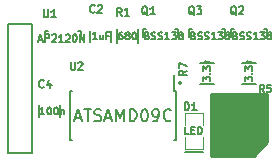
<source format=gto>
G04 #@! TF.FileFunction,Legend,Top*
%FSLAX46Y46*%
G04 Gerber Fmt 4.6, Leading zero omitted, Abs format (unit mm)*
G04 Created by KiCad (PCBNEW 4.0.5) date 11/08/17 13:58:34*
%MOMM*%
%LPD*%
G01*
G04 APERTURE LIST*
%ADD10C,0.100000*%
%ADD11C,0.200000*%
%ADD12C,0.150000*%
%ADD13C,0.099060*%
%ADD14C,0.152400*%
%ADD15C,0.140000*%
%ADD16C,0.254000*%
G04 APERTURE END LIST*
D10*
D11*
X189103000Y-52197000D02*
G75*
G03X189103000Y-52197000I-127000J0D01*
G01*
D12*
X177077000Y-54110000D02*
X177077000Y-55110000D01*
X178777000Y-55110000D02*
X178777000Y-54110000D01*
X188600000Y-52916000D02*
X188485000Y-52916000D01*
X188600000Y-57066000D02*
X188485000Y-57066000D01*
X179700000Y-57066000D02*
X179815000Y-57066000D01*
X179700000Y-52916000D02*
X179815000Y-52916000D01*
X188600000Y-52916000D02*
X188600000Y-57066000D01*
X179700000Y-52916000D02*
X179700000Y-57066000D01*
X188485000Y-52916000D02*
X188485000Y-51541000D01*
X190881000Y-58039000D02*
X189357000Y-58039000D01*
D13*
X189357000Y-55753000D02*
X189357000Y-54737000D01*
X189357000Y-54737000D02*
X190881000Y-54737000D01*
X190881000Y-54737000D02*
X190881000Y-55753000D01*
X190881000Y-56769000D02*
X190881000Y-57785000D01*
X190881000Y-57785000D02*
X189357000Y-57785000D01*
X189357000Y-57785000D02*
X189357000Y-56769000D01*
D12*
X181395000Y-47776000D02*
X181395000Y-48776000D01*
X183095000Y-48776000D02*
X183095000Y-47776000D01*
X188624160Y-47609760D02*
X188575900Y-47609760D01*
X185825180Y-48310800D02*
X185825180Y-47609760D01*
X185825180Y-47609760D02*
X186074100Y-47609760D01*
X188624160Y-47609760D02*
X188824820Y-47609760D01*
X188824820Y-47609760D02*
X188824820Y-48310800D01*
X196117160Y-47609760D02*
X196068900Y-47609760D01*
X193318180Y-48310800D02*
X193318180Y-47609760D01*
X193318180Y-47609760D02*
X193567100Y-47609760D01*
X196117160Y-47609760D02*
X196317820Y-47609760D01*
X196317820Y-47609760D02*
X196317820Y-48310800D01*
X192561160Y-47609760D02*
X192512900Y-47609760D01*
X189762180Y-48310800D02*
X189762180Y-47609760D01*
X189762180Y-47609760D02*
X190011100Y-47609760D01*
X192561160Y-47609760D02*
X192761820Y-47609760D01*
X192761820Y-47609760D02*
X192761820Y-48310800D01*
X183656000Y-48860000D02*
X183656000Y-47660000D01*
X185406000Y-47660000D02*
X185406000Y-48860000D01*
X195418000Y-52310000D02*
X194218000Y-52310000D01*
X194218000Y-50560000D02*
X195418000Y-50560000D01*
X190662000Y-50560000D02*
X191862000Y-50560000D01*
X191862000Y-52310000D02*
X190662000Y-52310000D01*
X180353920Y-47797760D02*
X180305660Y-47797760D01*
X177554940Y-48498800D02*
X177554940Y-47797760D01*
X177554940Y-47797760D02*
X177803860Y-47797760D01*
X180353920Y-47797760D02*
X180554580Y-47797760D01*
X180554580Y-47797760D02*
X180554580Y-48498800D01*
X176403000Y-47244000D02*
X176403000Y-58166000D01*
X174371000Y-58166000D02*
X174371000Y-47244000D01*
X174371000Y-47244000D02*
X176403000Y-47244000D01*
X176403000Y-58166000D02*
X174371000Y-58166000D01*
D14*
X177435934Y-52559857D02*
X177404486Y-52591305D01*
X177310143Y-52622752D01*
X177247248Y-52622752D01*
X177152905Y-52591305D01*
X177090010Y-52528410D01*
X177058562Y-52465514D01*
X177027114Y-52339724D01*
X177027114Y-52245381D01*
X177058562Y-52119590D01*
X177090010Y-52056695D01*
X177152905Y-51993800D01*
X177247248Y-51962352D01*
X177310143Y-51962352D01*
X177404486Y-51993800D01*
X177435934Y-52025248D01*
X178001991Y-52182486D02*
X178001991Y-52622752D01*
X177844753Y-51930905D02*
X177687514Y-52402619D01*
X178096334Y-52402619D01*
X177498829Y-54885771D02*
X177150486Y-54885771D01*
X177324658Y-54885771D02*
X177324658Y-54276171D01*
X177266601Y-54363257D01*
X177208543Y-54421314D01*
X177150486Y-54450343D01*
X177876200Y-54276171D02*
X177934257Y-54276171D01*
X177992314Y-54305200D01*
X178021343Y-54334229D01*
X178050372Y-54392286D01*
X178079400Y-54508400D01*
X178079400Y-54653543D01*
X178050372Y-54769657D01*
X178021343Y-54827714D01*
X177992314Y-54856743D01*
X177934257Y-54885771D01*
X177876200Y-54885771D01*
X177818143Y-54856743D01*
X177789114Y-54827714D01*
X177760086Y-54769657D01*
X177731057Y-54653543D01*
X177731057Y-54508400D01*
X177760086Y-54392286D01*
X177789114Y-54334229D01*
X177818143Y-54305200D01*
X177876200Y-54276171D01*
X178456771Y-54276171D02*
X178514828Y-54276171D01*
X178572885Y-54305200D01*
X178601914Y-54334229D01*
X178630943Y-54392286D01*
X178659971Y-54508400D01*
X178659971Y-54653543D01*
X178630943Y-54769657D01*
X178601914Y-54827714D01*
X178572885Y-54856743D01*
X178514828Y-54885771D01*
X178456771Y-54885771D01*
X178398714Y-54856743D01*
X178369685Y-54827714D01*
X178340657Y-54769657D01*
X178311628Y-54653543D01*
X178311628Y-54508400D01*
X178340657Y-54392286D01*
X178369685Y-54334229D01*
X178398714Y-54305200D01*
X178456771Y-54276171D01*
X178921228Y-54479371D02*
X178921228Y-54885771D01*
X178921228Y-54537429D02*
X178950256Y-54508400D01*
X179008314Y-54479371D01*
X179095399Y-54479371D01*
X179153456Y-54508400D01*
X179182485Y-54566457D01*
X179182485Y-54885771D01*
X179709838Y-50438352D02*
X179709838Y-50972962D01*
X179741286Y-51035857D01*
X179772733Y-51067305D01*
X179835629Y-51098752D01*
X179961419Y-51098752D01*
X180024314Y-51067305D01*
X180055762Y-51035857D01*
X180087210Y-50972962D01*
X180087210Y-50438352D01*
X180370238Y-50501248D02*
X180401686Y-50469800D01*
X180464581Y-50438352D01*
X180621819Y-50438352D01*
X180684715Y-50469800D01*
X180716162Y-50501248D01*
X180747610Y-50564143D01*
X180747610Y-50627038D01*
X180716162Y-50721381D01*
X180338791Y-51098752D01*
X180747610Y-51098752D01*
D12*
X180102381Y-55157667D02*
X180578572Y-55157667D01*
X180007143Y-55443381D02*
X180340476Y-54443381D01*
X180673810Y-55443381D01*
X180864286Y-54443381D02*
X181435715Y-54443381D01*
X181150000Y-55443381D02*
X181150000Y-54443381D01*
X181721429Y-55395762D02*
X181864286Y-55443381D01*
X182102382Y-55443381D01*
X182197620Y-55395762D01*
X182245239Y-55348143D01*
X182292858Y-55252905D01*
X182292858Y-55157667D01*
X182245239Y-55062429D01*
X182197620Y-55014810D01*
X182102382Y-54967190D01*
X181911905Y-54919571D01*
X181816667Y-54871952D01*
X181769048Y-54824333D01*
X181721429Y-54729095D01*
X181721429Y-54633857D01*
X181769048Y-54538619D01*
X181816667Y-54491000D01*
X181911905Y-54443381D01*
X182150001Y-54443381D01*
X182292858Y-54491000D01*
X182673810Y-55157667D02*
X183150001Y-55157667D01*
X182578572Y-55443381D02*
X182911905Y-54443381D01*
X183245239Y-55443381D01*
X183578572Y-55443381D02*
X183578572Y-54443381D01*
X183911906Y-55157667D01*
X184245239Y-54443381D01*
X184245239Y-55443381D01*
X184721429Y-55443381D02*
X184721429Y-54443381D01*
X184959524Y-54443381D01*
X185102382Y-54491000D01*
X185197620Y-54586238D01*
X185245239Y-54681476D01*
X185292858Y-54871952D01*
X185292858Y-55014810D01*
X185245239Y-55205286D01*
X185197620Y-55300524D01*
X185102382Y-55395762D01*
X184959524Y-55443381D01*
X184721429Y-55443381D01*
X185911905Y-54443381D02*
X186007144Y-54443381D01*
X186102382Y-54491000D01*
X186150001Y-54538619D01*
X186197620Y-54633857D01*
X186245239Y-54824333D01*
X186245239Y-55062429D01*
X186197620Y-55252905D01*
X186150001Y-55348143D01*
X186102382Y-55395762D01*
X186007144Y-55443381D01*
X185911905Y-55443381D01*
X185816667Y-55395762D01*
X185769048Y-55348143D01*
X185721429Y-55252905D01*
X185673810Y-55062429D01*
X185673810Y-54824333D01*
X185721429Y-54633857D01*
X185769048Y-54538619D01*
X185816667Y-54491000D01*
X185911905Y-54443381D01*
X186721429Y-55443381D02*
X186911905Y-55443381D01*
X187007144Y-55395762D01*
X187054763Y-55348143D01*
X187150001Y-55205286D01*
X187197620Y-55014810D01*
X187197620Y-54633857D01*
X187150001Y-54538619D01*
X187102382Y-54491000D01*
X187007144Y-54443381D01*
X186816667Y-54443381D01*
X186721429Y-54491000D01*
X186673810Y-54538619D01*
X186626191Y-54633857D01*
X186626191Y-54871952D01*
X186673810Y-54967190D01*
X186721429Y-55014810D01*
X186816667Y-55062429D01*
X187007144Y-55062429D01*
X187102382Y-55014810D01*
X187150001Y-54967190D01*
X187197620Y-54871952D01*
X188197620Y-55348143D02*
X188150001Y-55395762D01*
X188007144Y-55443381D01*
X187911906Y-55443381D01*
X187769048Y-55395762D01*
X187673810Y-55300524D01*
X187626191Y-55205286D01*
X187578572Y-55014810D01*
X187578572Y-54871952D01*
X187626191Y-54681476D01*
X187673810Y-54586238D01*
X187769048Y-54491000D01*
X187911906Y-54443381D01*
X188007144Y-54443381D01*
X188150001Y-54491000D01*
X188197620Y-54538619D01*
D14*
X189377562Y-54527752D02*
X189377562Y-53867352D01*
X189534800Y-53867352D01*
X189629143Y-53898800D01*
X189692038Y-53961695D01*
X189723486Y-54024590D01*
X189754934Y-54150381D01*
X189754934Y-54244724D01*
X189723486Y-54370514D01*
X189692038Y-54433410D01*
X189629143Y-54496305D01*
X189534800Y-54527752D01*
X189377562Y-54527752D01*
X190383886Y-54527752D02*
X190006514Y-54527752D01*
X190195200Y-54527752D02*
X190195200Y-53867352D01*
X190132305Y-53961695D01*
X190069410Y-54024590D01*
X190006514Y-54056038D01*
X189727115Y-56536771D02*
X189436829Y-56536771D01*
X189436829Y-55927171D01*
X189930315Y-56217457D02*
X190133515Y-56217457D01*
X190220601Y-56536771D02*
X189930315Y-56536771D01*
X189930315Y-55927171D01*
X190220601Y-55927171D01*
X190481858Y-56536771D02*
X190481858Y-55927171D01*
X190627001Y-55927171D01*
X190714086Y-55956200D01*
X190772144Y-56014257D01*
X190801172Y-56072314D01*
X190830201Y-56188429D01*
X190830201Y-56275514D01*
X190801172Y-56391629D01*
X190772144Y-56449686D01*
X190714086Y-56507743D01*
X190627001Y-56536771D01*
X190481858Y-56536771D01*
X181753934Y-46209857D02*
X181722486Y-46241305D01*
X181628143Y-46272752D01*
X181565248Y-46272752D01*
X181470905Y-46241305D01*
X181408010Y-46178410D01*
X181376562Y-46115514D01*
X181345114Y-45989724D01*
X181345114Y-45895381D01*
X181376562Y-45769590D01*
X181408010Y-45706695D01*
X181470905Y-45643800D01*
X181565248Y-45612352D01*
X181628143Y-45612352D01*
X181722486Y-45643800D01*
X181753934Y-45675248D01*
X182005514Y-45675248D02*
X182036962Y-45643800D01*
X182099857Y-45612352D01*
X182257095Y-45612352D01*
X182319991Y-45643800D01*
X182351438Y-45675248D01*
X182382886Y-45738143D01*
X182382886Y-45801038D01*
X182351438Y-45895381D01*
X181974067Y-46272752D01*
X182382886Y-46272752D01*
X181915143Y-48533771D02*
X181566800Y-48533771D01*
X181740972Y-48533771D02*
X181740972Y-47924171D01*
X181682915Y-48011257D01*
X181624857Y-48069314D01*
X181566800Y-48098343D01*
X182437657Y-48127371D02*
X182437657Y-48533771D01*
X182176400Y-48127371D02*
X182176400Y-48446686D01*
X182205428Y-48504743D01*
X182263486Y-48533771D01*
X182350571Y-48533771D01*
X182408628Y-48504743D01*
X182437657Y-48475714D01*
X182931143Y-48214457D02*
X182727943Y-48214457D01*
X182727943Y-48533771D02*
X182727943Y-47924171D01*
X183018229Y-47924171D01*
X186246105Y-46462648D02*
X186183210Y-46431200D01*
X186120314Y-46368305D01*
X186025971Y-46273962D01*
X185963076Y-46242514D01*
X185900181Y-46242514D01*
X185931629Y-46399752D02*
X185868733Y-46368305D01*
X185805838Y-46305410D01*
X185774390Y-46179619D01*
X185774390Y-45959486D01*
X185805838Y-45833695D01*
X185868733Y-45770800D01*
X185931629Y-45739352D01*
X186057419Y-45739352D01*
X186120314Y-45770800D01*
X186183210Y-45833695D01*
X186214657Y-45959486D01*
X186214657Y-46179619D01*
X186183210Y-46305410D01*
X186120314Y-46368305D01*
X186057419Y-46399752D01*
X185931629Y-46399752D01*
X186843610Y-46399752D02*
X186466238Y-46399752D01*
X186654924Y-46399752D02*
X186654924Y-45739352D01*
X186592029Y-45833695D01*
X186529134Y-45896590D01*
X186466238Y-45928038D01*
X186171116Y-48206457D02*
X186258202Y-48235486D01*
X186287230Y-48264514D01*
X186316259Y-48322571D01*
X186316259Y-48409657D01*
X186287230Y-48467714D01*
X186258202Y-48496743D01*
X186200144Y-48525771D01*
X185967916Y-48525771D01*
X185967916Y-47916171D01*
X186171116Y-47916171D01*
X186229173Y-47945200D01*
X186258202Y-47974229D01*
X186287230Y-48032286D01*
X186287230Y-48090343D01*
X186258202Y-48148400D01*
X186229173Y-48177429D01*
X186171116Y-48206457D01*
X185967916Y-48206457D01*
X186548487Y-48496743D02*
X186635573Y-48525771D01*
X186780716Y-48525771D01*
X186838773Y-48496743D01*
X186867802Y-48467714D01*
X186896830Y-48409657D01*
X186896830Y-48351600D01*
X186867802Y-48293543D01*
X186838773Y-48264514D01*
X186780716Y-48235486D01*
X186664602Y-48206457D01*
X186606544Y-48177429D01*
X186577516Y-48148400D01*
X186548487Y-48090343D01*
X186548487Y-48032286D01*
X186577516Y-47974229D01*
X186606544Y-47945200D01*
X186664602Y-47916171D01*
X186809744Y-47916171D01*
X186896830Y-47945200D01*
X187129058Y-48496743D02*
X187216144Y-48525771D01*
X187361287Y-48525771D01*
X187419344Y-48496743D01*
X187448373Y-48467714D01*
X187477401Y-48409657D01*
X187477401Y-48351600D01*
X187448373Y-48293543D01*
X187419344Y-48264514D01*
X187361287Y-48235486D01*
X187245173Y-48206457D01*
X187187115Y-48177429D01*
X187158087Y-48148400D01*
X187129058Y-48090343D01*
X187129058Y-48032286D01*
X187158087Y-47974229D01*
X187187115Y-47945200D01*
X187245173Y-47916171D01*
X187390315Y-47916171D01*
X187477401Y-47945200D01*
X188057972Y-48525771D02*
X187709629Y-48525771D01*
X187883801Y-48525771D02*
X187883801Y-47916171D01*
X187825744Y-48003257D01*
X187767686Y-48061314D01*
X187709629Y-48090343D01*
X188261172Y-47916171D02*
X188638543Y-47916171D01*
X188435343Y-48148400D01*
X188522429Y-48148400D01*
X188580486Y-48177429D01*
X188609515Y-48206457D01*
X188638543Y-48264514D01*
X188638543Y-48409657D01*
X188609515Y-48467714D01*
X188580486Y-48496743D01*
X188522429Y-48525771D01*
X188348257Y-48525771D01*
X188290200Y-48496743D01*
X188261172Y-48467714D01*
X188986886Y-48177429D02*
X188928828Y-48148400D01*
X188899800Y-48119371D01*
X188870771Y-48061314D01*
X188870771Y-48032286D01*
X188899800Y-47974229D01*
X188928828Y-47945200D01*
X188986886Y-47916171D01*
X189103000Y-47916171D01*
X189161057Y-47945200D01*
X189190086Y-47974229D01*
X189219114Y-48032286D01*
X189219114Y-48061314D01*
X189190086Y-48119371D01*
X189161057Y-48148400D01*
X189103000Y-48177429D01*
X188986886Y-48177429D01*
X188928828Y-48206457D01*
X188899800Y-48235486D01*
X188870771Y-48293543D01*
X188870771Y-48409657D01*
X188899800Y-48467714D01*
X188928828Y-48496743D01*
X188986886Y-48525771D01*
X189103000Y-48525771D01*
X189161057Y-48496743D01*
X189190086Y-48467714D01*
X189219114Y-48409657D01*
X189219114Y-48293543D01*
X189190086Y-48235486D01*
X189161057Y-48206457D01*
X189103000Y-48177429D01*
X193739105Y-46462648D02*
X193676210Y-46431200D01*
X193613314Y-46368305D01*
X193518971Y-46273962D01*
X193456076Y-46242514D01*
X193393181Y-46242514D01*
X193424629Y-46399752D02*
X193361733Y-46368305D01*
X193298838Y-46305410D01*
X193267390Y-46179619D01*
X193267390Y-45959486D01*
X193298838Y-45833695D01*
X193361733Y-45770800D01*
X193424629Y-45739352D01*
X193550419Y-45739352D01*
X193613314Y-45770800D01*
X193676210Y-45833695D01*
X193707657Y-45959486D01*
X193707657Y-46179619D01*
X193676210Y-46305410D01*
X193613314Y-46368305D01*
X193550419Y-46399752D01*
X193424629Y-46399752D01*
X193959238Y-45802248D02*
X193990686Y-45770800D01*
X194053581Y-45739352D01*
X194210819Y-45739352D01*
X194273715Y-45770800D01*
X194305162Y-45802248D01*
X194336610Y-45865143D01*
X194336610Y-45928038D01*
X194305162Y-46022381D01*
X193927791Y-46399752D01*
X194336610Y-46399752D01*
X193664116Y-48206457D02*
X193751202Y-48235486D01*
X193780230Y-48264514D01*
X193809259Y-48322571D01*
X193809259Y-48409657D01*
X193780230Y-48467714D01*
X193751202Y-48496743D01*
X193693144Y-48525771D01*
X193460916Y-48525771D01*
X193460916Y-47916171D01*
X193664116Y-47916171D01*
X193722173Y-47945200D01*
X193751202Y-47974229D01*
X193780230Y-48032286D01*
X193780230Y-48090343D01*
X193751202Y-48148400D01*
X193722173Y-48177429D01*
X193664116Y-48206457D01*
X193460916Y-48206457D01*
X194041487Y-48496743D02*
X194128573Y-48525771D01*
X194273716Y-48525771D01*
X194331773Y-48496743D01*
X194360802Y-48467714D01*
X194389830Y-48409657D01*
X194389830Y-48351600D01*
X194360802Y-48293543D01*
X194331773Y-48264514D01*
X194273716Y-48235486D01*
X194157602Y-48206457D01*
X194099544Y-48177429D01*
X194070516Y-48148400D01*
X194041487Y-48090343D01*
X194041487Y-48032286D01*
X194070516Y-47974229D01*
X194099544Y-47945200D01*
X194157602Y-47916171D01*
X194302744Y-47916171D01*
X194389830Y-47945200D01*
X194622058Y-48496743D02*
X194709144Y-48525771D01*
X194854287Y-48525771D01*
X194912344Y-48496743D01*
X194941373Y-48467714D01*
X194970401Y-48409657D01*
X194970401Y-48351600D01*
X194941373Y-48293543D01*
X194912344Y-48264514D01*
X194854287Y-48235486D01*
X194738173Y-48206457D01*
X194680115Y-48177429D01*
X194651087Y-48148400D01*
X194622058Y-48090343D01*
X194622058Y-48032286D01*
X194651087Y-47974229D01*
X194680115Y-47945200D01*
X194738173Y-47916171D01*
X194883315Y-47916171D01*
X194970401Y-47945200D01*
X195550972Y-48525771D02*
X195202629Y-48525771D01*
X195376801Y-48525771D02*
X195376801Y-47916171D01*
X195318744Y-48003257D01*
X195260686Y-48061314D01*
X195202629Y-48090343D01*
X195754172Y-47916171D02*
X196131543Y-47916171D01*
X195928343Y-48148400D01*
X196015429Y-48148400D01*
X196073486Y-48177429D01*
X196102515Y-48206457D01*
X196131543Y-48264514D01*
X196131543Y-48409657D01*
X196102515Y-48467714D01*
X196073486Y-48496743D01*
X196015429Y-48525771D01*
X195841257Y-48525771D01*
X195783200Y-48496743D01*
X195754172Y-48467714D01*
X196479886Y-48177429D02*
X196421828Y-48148400D01*
X196392800Y-48119371D01*
X196363771Y-48061314D01*
X196363771Y-48032286D01*
X196392800Y-47974229D01*
X196421828Y-47945200D01*
X196479886Y-47916171D01*
X196596000Y-47916171D01*
X196654057Y-47945200D01*
X196683086Y-47974229D01*
X196712114Y-48032286D01*
X196712114Y-48061314D01*
X196683086Y-48119371D01*
X196654057Y-48148400D01*
X196596000Y-48177429D01*
X196479886Y-48177429D01*
X196421828Y-48206457D01*
X196392800Y-48235486D01*
X196363771Y-48293543D01*
X196363771Y-48409657D01*
X196392800Y-48467714D01*
X196421828Y-48496743D01*
X196479886Y-48525771D01*
X196596000Y-48525771D01*
X196654057Y-48496743D01*
X196683086Y-48467714D01*
X196712114Y-48409657D01*
X196712114Y-48293543D01*
X196683086Y-48235486D01*
X196654057Y-48206457D01*
X196596000Y-48177429D01*
X190183105Y-46462648D02*
X190120210Y-46431200D01*
X190057314Y-46368305D01*
X189962971Y-46273962D01*
X189900076Y-46242514D01*
X189837181Y-46242514D01*
X189868629Y-46399752D02*
X189805733Y-46368305D01*
X189742838Y-46305410D01*
X189711390Y-46179619D01*
X189711390Y-45959486D01*
X189742838Y-45833695D01*
X189805733Y-45770800D01*
X189868629Y-45739352D01*
X189994419Y-45739352D01*
X190057314Y-45770800D01*
X190120210Y-45833695D01*
X190151657Y-45959486D01*
X190151657Y-46179619D01*
X190120210Y-46305410D01*
X190057314Y-46368305D01*
X189994419Y-46399752D01*
X189868629Y-46399752D01*
X190371791Y-45739352D02*
X190780610Y-45739352D01*
X190560477Y-45990933D01*
X190654819Y-45990933D01*
X190717715Y-46022381D01*
X190749162Y-46053829D01*
X190780610Y-46116724D01*
X190780610Y-46273962D01*
X190749162Y-46336857D01*
X190717715Y-46368305D01*
X190654819Y-46399752D01*
X190466134Y-46399752D01*
X190403238Y-46368305D01*
X190371791Y-46336857D01*
X190108116Y-48206457D02*
X190195202Y-48235486D01*
X190224230Y-48264514D01*
X190253259Y-48322571D01*
X190253259Y-48409657D01*
X190224230Y-48467714D01*
X190195202Y-48496743D01*
X190137144Y-48525771D01*
X189904916Y-48525771D01*
X189904916Y-47916171D01*
X190108116Y-47916171D01*
X190166173Y-47945200D01*
X190195202Y-47974229D01*
X190224230Y-48032286D01*
X190224230Y-48090343D01*
X190195202Y-48148400D01*
X190166173Y-48177429D01*
X190108116Y-48206457D01*
X189904916Y-48206457D01*
X190485487Y-48496743D02*
X190572573Y-48525771D01*
X190717716Y-48525771D01*
X190775773Y-48496743D01*
X190804802Y-48467714D01*
X190833830Y-48409657D01*
X190833830Y-48351600D01*
X190804802Y-48293543D01*
X190775773Y-48264514D01*
X190717716Y-48235486D01*
X190601602Y-48206457D01*
X190543544Y-48177429D01*
X190514516Y-48148400D01*
X190485487Y-48090343D01*
X190485487Y-48032286D01*
X190514516Y-47974229D01*
X190543544Y-47945200D01*
X190601602Y-47916171D01*
X190746744Y-47916171D01*
X190833830Y-47945200D01*
X191066058Y-48496743D02*
X191153144Y-48525771D01*
X191298287Y-48525771D01*
X191356344Y-48496743D01*
X191385373Y-48467714D01*
X191414401Y-48409657D01*
X191414401Y-48351600D01*
X191385373Y-48293543D01*
X191356344Y-48264514D01*
X191298287Y-48235486D01*
X191182173Y-48206457D01*
X191124115Y-48177429D01*
X191095087Y-48148400D01*
X191066058Y-48090343D01*
X191066058Y-48032286D01*
X191095087Y-47974229D01*
X191124115Y-47945200D01*
X191182173Y-47916171D01*
X191327315Y-47916171D01*
X191414401Y-47945200D01*
X191994972Y-48525771D02*
X191646629Y-48525771D01*
X191820801Y-48525771D02*
X191820801Y-47916171D01*
X191762744Y-48003257D01*
X191704686Y-48061314D01*
X191646629Y-48090343D01*
X192198172Y-47916171D02*
X192575543Y-47916171D01*
X192372343Y-48148400D01*
X192459429Y-48148400D01*
X192517486Y-48177429D01*
X192546515Y-48206457D01*
X192575543Y-48264514D01*
X192575543Y-48409657D01*
X192546515Y-48467714D01*
X192517486Y-48496743D01*
X192459429Y-48525771D01*
X192285257Y-48525771D01*
X192227200Y-48496743D01*
X192198172Y-48467714D01*
X192923886Y-48177429D02*
X192865828Y-48148400D01*
X192836800Y-48119371D01*
X192807771Y-48061314D01*
X192807771Y-48032286D01*
X192836800Y-47974229D01*
X192865828Y-47945200D01*
X192923886Y-47916171D01*
X193040000Y-47916171D01*
X193098057Y-47945200D01*
X193127086Y-47974229D01*
X193156114Y-48032286D01*
X193156114Y-48061314D01*
X193127086Y-48119371D01*
X193098057Y-48148400D01*
X193040000Y-48177429D01*
X192923886Y-48177429D01*
X192865828Y-48206457D01*
X192836800Y-48235486D01*
X192807771Y-48293543D01*
X192807771Y-48409657D01*
X192836800Y-48467714D01*
X192865828Y-48496743D01*
X192923886Y-48525771D01*
X193040000Y-48525771D01*
X193098057Y-48496743D01*
X193127086Y-48467714D01*
X193156114Y-48409657D01*
X193156114Y-48293543D01*
X193127086Y-48235486D01*
X193098057Y-48206457D01*
X193040000Y-48177429D01*
X184039934Y-46526752D02*
X183819800Y-46212276D01*
X183662562Y-46526752D02*
X183662562Y-45866352D01*
X183914143Y-45866352D01*
X183977038Y-45897800D01*
X184008486Y-45929248D01*
X184039934Y-45992143D01*
X184039934Y-46086486D01*
X184008486Y-46149381D01*
X183977038Y-46180829D01*
X183914143Y-46212276D01*
X183662562Y-46212276D01*
X184668886Y-46526752D02*
X184291514Y-46526752D01*
X184480200Y-46526752D02*
X184480200Y-45866352D01*
X184417305Y-45960695D01*
X184354410Y-46023590D01*
X184291514Y-46055038D01*
X184066544Y-47926171D02*
X183950430Y-47926171D01*
X183892373Y-47955200D01*
X183863344Y-47984229D01*
X183805287Y-48071314D01*
X183776258Y-48187429D01*
X183776258Y-48419657D01*
X183805287Y-48477714D01*
X183834315Y-48506743D01*
X183892373Y-48535771D01*
X184008487Y-48535771D01*
X184066544Y-48506743D01*
X184095573Y-48477714D01*
X184124601Y-48419657D01*
X184124601Y-48274514D01*
X184095573Y-48216457D01*
X184066544Y-48187429D01*
X184008487Y-48158400D01*
X183892373Y-48158400D01*
X183834315Y-48187429D01*
X183805287Y-48216457D01*
X183776258Y-48274514D01*
X184472944Y-48187429D02*
X184414886Y-48158400D01*
X184385858Y-48129371D01*
X184356829Y-48071314D01*
X184356829Y-48042286D01*
X184385858Y-47984229D01*
X184414886Y-47955200D01*
X184472944Y-47926171D01*
X184589058Y-47926171D01*
X184647115Y-47955200D01*
X184676144Y-47984229D01*
X184705172Y-48042286D01*
X184705172Y-48071314D01*
X184676144Y-48129371D01*
X184647115Y-48158400D01*
X184589058Y-48187429D01*
X184472944Y-48187429D01*
X184414886Y-48216457D01*
X184385858Y-48245486D01*
X184356829Y-48303543D01*
X184356829Y-48419657D01*
X184385858Y-48477714D01*
X184414886Y-48506743D01*
X184472944Y-48535771D01*
X184589058Y-48535771D01*
X184647115Y-48506743D01*
X184676144Y-48477714D01*
X184705172Y-48419657D01*
X184705172Y-48303543D01*
X184676144Y-48245486D01*
X184647115Y-48216457D01*
X184589058Y-48187429D01*
X185082543Y-47926171D02*
X185140600Y-47926171D01*
X185198657Y-47955200D01*
X185227686Y-47984229D01*
X185256715Y-48042286D01*
X185285743Y-48158400D01*
X185285743Y-48303543D01*
X185256715Y-48419657D01*
X185227686Y-48477714D01*
X185198657Y-48506743D01*
X185140600Y-48535771D01*
X185082543Y-48535771D01*
X185024486Y-48506743D01*
X184995457Y-48477714D01*
X184966429Y-48419657D01*
X184937400Y-48303543D01*
X184937400Y-48158400D01*
X184966429Y-48042286D01*
X184995457Y-47984229D01*
X185024486Y-47955200D01*
X185082543Y-47926171D01*
D15*
X196115000Y-52976429D02*
X195915000Y-52690714D01*
X195772143Y-52976429D02*
X195772143Y-52376429D01*
X196000715Y-52376429D01*
X196057857Y-52405000D01*
X196086429Y-52433571D01*
X196115000Y-52490714D01*
X196115000Y-52576429D01*
X196086429Y-52633571D01*
X196057857Y-52662143D01*
X196000715Y-52690714D01*
X195772143Y-52690714D01*
X196657857Y-52376429D02*
X196372143Y-52376429D01*
X196343572Y-52662143D01*
X196372143Y-52633571D01*
X196429286Y-52605000D01*
X196572143Y-52605000D01*
X196629286Y-52633571D01*
X196657857Y-52662143D01*
X196686429Y-52719286D01*
X196686429Y-52862143D01*
X196657857Y-52919286D01*
X196629286Y-52947857D01*
X196572143Y-52976429D01*
X196429286Y-52976429D01*
X196372143Y-52947857D01*
X196343572Y-52919286D01*
D14*
X194484171Y-52066371D02*
X194484171Y-51689000D01*
X194716400Y-51892200D01*
X194716400Y-51805114D01*
X194745429Y-51747057D01*
X194774457Y-51718028D01*
X194832514Y-51689000D01*
X194977657Y-51689000D01*
X195035714Y-51718028D01*
X195064743Y-51747057D01*
X195093771Y-51805114D01*
X195093771Y-51979286D01*
X195064743Y-52037343D01*
X195035714Y-52066371D01*
X195035714Y-51427743D02*
X195064743Y-51398715D01*
X195093771Y-51427743D01*
X195064743Y-51456772D01*
X195035714Y-51427743D01*
X195093771Y-51427743D01*
X194484171Y-51195514D02*
X194484171Y-50818143D01*
X194716400Y-51021343D01*
X194716400Y-50934257D01*
X194745429Y-50876200D01*
X194774457Y-50847171D01*
X194832514Y-50818143D01*
X194977657Y-50818143D01*
X195035714Y-50847171D01*
X195064743Y-50876200D01*
X195093771Y-50934257D01*
X195093771Y-51108429D01*
X195064743Y-51166486D01*
X195035714Y-51195514D01*
X195093771Y-50556886D02*
X194484171Y-50556886D01*
X194861543Y-50498829D02*
X195093771Y-50324658D01*
X194687371Y-50324658D02*
X194919600Y-50556886D01*
X189528752Y-51164066D02*
X189214276Y-51384200D01*
X189528752Y-51541438D02*
X188868352Y-51541438D01*
X188868352Y-51289857D01*
X188899800Y-51226962D01*
X188931248Y-51195514D01*
X188994143Y-51164066D01*
X189088486Y-51164066D01*
X189151381Y-51195514D01*
X189182829Y-51226962D01*
X189214276Y-51289857D01*
X189214276Y-51541438D01*
X188868352Y-50943933D02*
X188868352Y-50503666D01*
X189528752Y-50786695D01*
X190928171Y-52066371D02*
X190928171Y-51689000D01*
X191160400Y-51892200D01*
X191160400Y-51805114D01*
X191189429Y-51747057D01*
X191218457Y-51718028D01*
X191276514Y-51689000D01*
X191421657Y-51689000D01*
X191479714Y-51718028D01*
X191508743Y-51747057D01*
X191537771Y-51805114D01*
X191537771Y-51979286D01*
X191508743Y-52037343D01*
X191479714Y-52066371D01*
X191479714Y-51427743D02*
X191508743Y-51398715D01*
X191537771Y-51427743D01*
X191508743Y-51456772D01*
X191479714Y-51427743D01*
X191537771Y-51427743D01*
X190928171Y-51195514D02*
X190928171Y-50818143D01*
X191160400Y-51021343D01*
X191160400Y-50934257D01*
X191189429Y-50876200D01*
X191218457Y-50847171D01*
X191276514Y-50818143D01*
X191421657Y-50818143D01*
X191479714Y-50847171D01*
X191508743Y-50876200D01*
X191537771Y-50934257D01*
X191537771Y-51108429D01*
X191508743Y-51166486D01*
X191479714Y-51195514D01*
X191537771Y-50556886D02*
X190928171Y-50556886D01*
X191305543Y-50498829D02*
X191537771Y-50324658D01*
X191131371Y-50324658D02*
X191363600Y-50556886D01*
X177423838Y-45993352D02*
X177423838Y-46527962D01*
X177455286Y-46590857D01*
X177486733Y-46622305D01*
X177549629Y-46653752D01*
X177675419Y-46653752D01*
X177738314Y-46622305D01*
X177769762Y-46590857D01*
X177801210Y-46527962D01*
X177801210Y-45993352D01*
X178461610Y-46653752D02*
X178084238Y-46653752D01*
X178272924Y-46653752D02*
X178272924Y-45993352D01*
X178210029Y-46087695D01*
X178147134Y-46150590D01*
X178084238Y-46182038D01*
X177012601Y-48549600D02*
X177302887Y-48549600D01*
X176954544Y-48723771D02*
X177157744Y-48114171D01*
X177360944Y-48723771D01*
X177564144Y-48723771D02*
X177564144Y-48114171D01*
X177796372Y-48114171D01*
X177854430Y-48143200D01*
X177883458Y-48172229D01*
X177912487Y-48230286D01*
X177912487Y-48317371D01*
X177883458Y-48375429D01*
X177854430Y-48404457D01*
X177796372Y-48433486D01*
X177564144Y-48433486D01*
X178144715Y-48172229D02*
X178173744Y-48143200D01*
X178231801Y-48114171D01*
X178376944Y-48114171D01*
X178435001Y-48143200D01*
X178464030Y-48172229D01*
X178493058Y-48230286D01*
X178493058Y-48288343D01*
X178464030Y-48375429D01*
X178115687Y-48723771D01*
X178493058Y-48723771D01*
X179073629Y-48723771D02*
X178725286Y-48723771D01*
X178899458Y-48723771D02*
X178899458Y-48114171D01*
X178841401Y-48201257D01*
X178783343Y-48259314D01*
X178725286Y-48288343D01*
X179305857Y-48172229D02*
X179334886Y-48143200D01*
X179392943Y-48114171D01*
X179538086Y-48114171D01*
X179596143Y-48143200D01*
X179625172Y-48172229D01*
X179654200Y-48230286D01*
X179654200Y-48288343D01*
X179625172Y-48375429D01*
X179276829Y-48723771D01*
X179654200Y-48723771D01*
X180031571Y-48114171D02*
X180089628Y-48114171D01*
X180147685Y-48143200D01*
X180176714Y-48172229D01*
X180205743Y-48230286D01*
X180234771Y-48346400D01*
X180234771Y-48491543D01*
X180205743Y-48607657D01*
X180176714Y-48665714D01*
X180147685Y-48694743D01*
X180089628Y-48723771D01*
X180031571Y-48723771D01*
X179973514Y-48694743D01*
X179944485Y-48665714D01*
X179915457Y-48607657D01*
X179886428Y-48491543D01*
X179886428Y-48346400D01*
X179915457Y-48230286D01*
X179944485Y-48172229D01*
X179973514Y-48143200D01*
X180031571Y-48114171D01*
X180496028Y-48723771D02*
X180496028Y-48114171D01*
X180844371Y-48723771D01*
X180844371Y-48114171D01*
D16*
G36*
X196373000Y-57197394D02*
X195197394Y-58373000D01*
X191627000Y-58373000D01*
X191627000Y-53127000D01*
X196373000Y-53127000D01*
X196373000Y-57197394D01*
X196373000Y-57197394D01*
G37*
X196373000Y-57197394D02*
X195197394Y-58373000D01*
X191627000Y-58373000D01*
X191627000Y-53127000D01*
X196373000Y-53127000D01*
X196373000Y-57197394D01*
M02*

</source>
